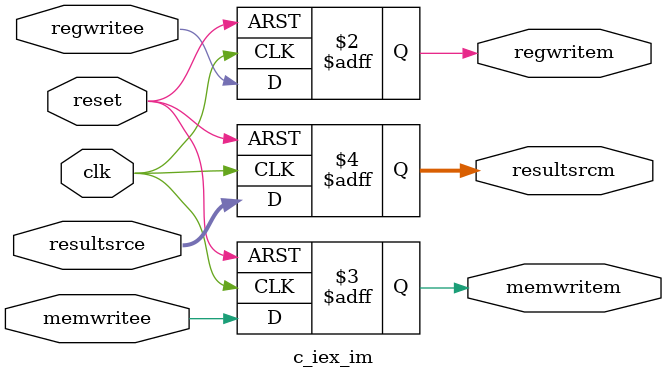
<source format=v>
module c_iex_im(
  input             clk,
  input             reset,
  input             regwritee,
  input             memwritee,
  input       [1:0] resultsrce,
  output reg        regwritem,
  output reg        memwritem,
  output reg  [1:0] resultsrcm
);

  always @(posedge clk or posedge reset) begin
    if (reset) begin
      regwritem   <= 0;
      memwritem   <= 0;
      resultsrcm  <= 0;
    end
    else begin
      regwritem   <= regwritee;
      memwritem   <= memwritee;
      resultsrcm  <= resultsrce;
    end
  end

endmodule

</source>
